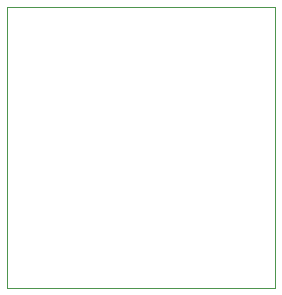
<source format=gbr>
%TF.GenerationSoftware,KiCad,Pcbnew,7.0.11-7.0.11~ubuntu22.04.1*%
%TF.CreationDate,2024-11-23T21:12:19-05:00*%
%TF.ProjectId,usb_to_roller_ctrl,7573625f-746f-45f7-926f-6c6c65725f63,rev?*%
%TF.SameCoordinates,Original*%
%TF.FileFunction,Profile,NP*%
%FSLAX46Y46*%
G04 Gerber Fmt 4.6, Leading zero omitted, Abs format (unit mm)*
G04 Created by KiCad (PCBNEW 7.0.11-7.0.11~ubuntu22.04.1) date 2024-11-23 21:12:19*
%MOMM*%
%LPD*%
G01*
G04 APERTURE LIST*
%TA.AperFunction,Profile*%
%ADD10C,0.050000*%
%TD*%
G04 APERTURE END LIST*
D10*
X144830800Y-86360000D02*
X167513000Y-86360000D01*
X167513000Y-110134400D01*
X144830800Y-110134400D01*
X144830800Y-86360000D01*
M02*

</source>
